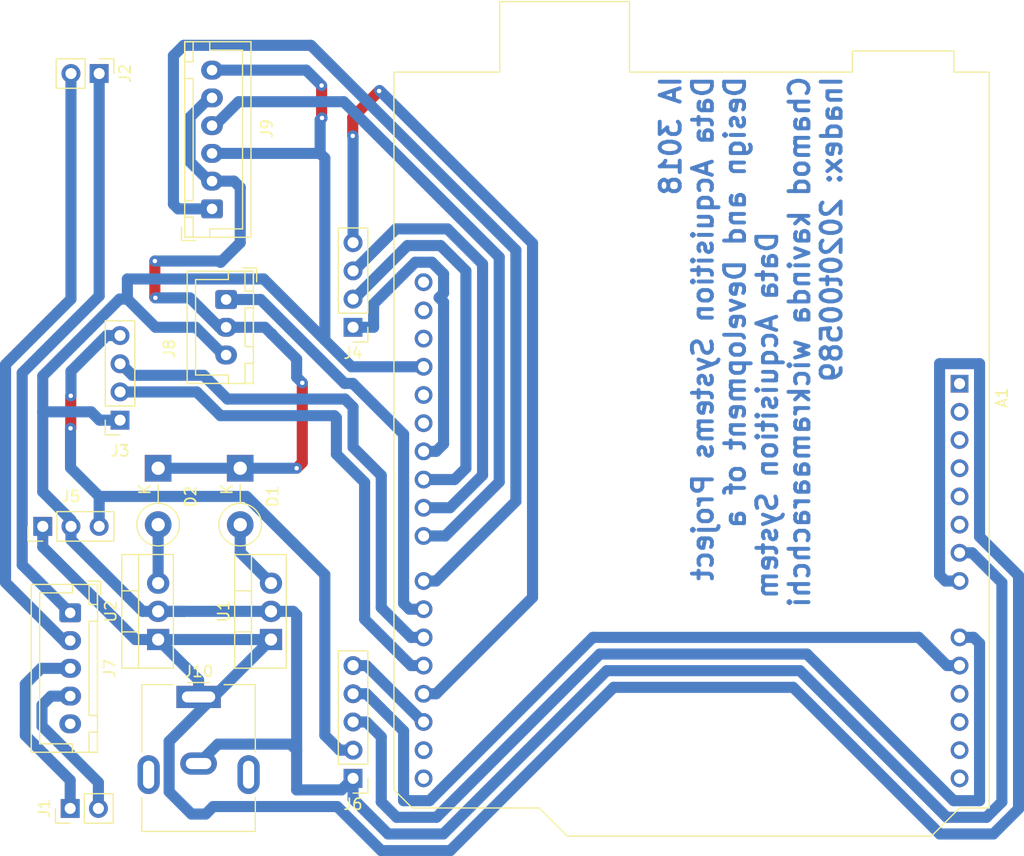
<source format=kicad_pcb>
(kicad_pcb (version 20221018) (generator pcbnew)
  (layers (0 "F.Cu" signal) (31 "B.Cu" signal) (34 "B.Paste" user) (35 "F.Paste" user) (36 "B.SilkS" user "B.Silkscreen") (37 "F.SilkS" user "F.Silkscreen") (38 "B.Mask" user) (39 "F.Mask" user) (44 "Edge.Cuts" user))
  (net 0 "")
  (net 7 "GND")
  (net 8 "VRx")
  (net 9 "VRy")
  (net 10 "SW")
  (net 17 "Motor1")
  (net 18 "Trig")
  (net 19 "Echo")
  (net 20 "Servo3")
  (net 21 "Servo2")
  (net 22 "Servo1")
  (net 23 "Motor2")
  (net 24 "Motor3")
  (net 25 "Motor4")
  (net 31 "6V")
  (net 32 "Net-(D1-A)")
  (net 33 "Net-(D2-A)")
  (net 34 "5V")
  (net 35 "VCC")
  (net 36 "Net-(J1-Pin_2)")
  (net 37 "Net-(J1-Pin_1)")
  (net 38 "Net-(J2-Pin_2)")
  (net 39 "Net-(J2-Pin_1)")
  (footprint "Module:Arduino_UNO_R3" (layer "F.Cu") (at 113.03 81.28 -90)
    (fp_text reference "A1" (at 1.27 -3.81 90) (layer "F.SilkS"))
    (fp_text value "Arduino_UNO_R3")
    (fp_line (start -34.42 29.72) (end -34.42 41.4) (stroke (width 0.12)) (layer "F.SilkS"))
    (fp_line (start -34.42 41.4) (end -28.07 41.4) (stroke (width 0.12)) (layer "F.SilkS"))
    (fp_line (start -29.97 0.51) (end -29.97 9.65) (stroke (width 0.12)) (layer "F.SilkS"))
    (fp_line (start -29.97 9.65) (end -28.07 9.65) (stroke (width 0.12)) (layer "F.SilkS"))
    (fp_line (start -28.07 -2.67) (end -28.07 0.51) (stroke (width 0.12)) (layer "F.SilkS"))
    (fp_line (start -28.07 0.51) (end -29.97 0.51) (stroke (width 0.12)) (layer "F.SilkS"))
    (fp_line (start -28.07 9.65) (end -28.07 29.72) (stroke (width 0.12)) (layer "F.SilkS"))
    (fp_line (start -28.07 29.72) (end -34.42 29.72) (stroke (width 0.12)) (layer "F.SilkS"))
    (fp_line (start -28.07 41.4) (end -28.07 50.93) (stroke (width 0.12)) (layer "F.SilkS"))
    (fp_line (start -28.07 50.93) (end 36.58 50.93) (stroke (width 0.12)) (layer "F.SilkS"))
    (fp_line (start 36.58 50.93) (end 38.23 49.28) (stroke (width 0.12)) (layer "F.SilkS"))
    (fp_line (start 38.23 -2.67) (end -28.07 -2.67) (stroke (width 0.12)) (layer "F.SilkS"))
    (fp_line (start 38.23 0) (end 38.23 -2.67) (stroke (width 0.12)) (layer "F.SilkS"))
    (fp_line (start 38.23 37.85) (end 40.77 35.31) (stroke (width 0.12)) (layer "F.SilkS"))
    (fp_line (start 38.23 49.28) (end 38.23 37.85) (stroke (width 0.12)) (layer "F.SilkS"))
    (fp_line (start 40.77 2.54) (end 38.23 0) (stroke (width 0.12)) (layer "F.SilkS"))
    (fp_line (start 40.77 35.31) (end 40.77 2.54) (stroke (width 0.12)) (layer "F.SilkS"))
    (pad "1" thru_hole rect (at 0 0) (size 1.6 1.6) (drill 1) (layers "*.Cu" "*.Mask"))
    (pad "2" thru_hole oval (at 2.54 0) (size 1.6 1.6) (drill 1) (layers "*.Cu" "*.Mask"))
    (pad "3" thru_hole oval (at 5.08 0) (size 1.6 1.6) (drill 1) (layers "*.Cu" "*.Mask"))
    (pad "4" thru_hole oval (at 7.62 0) (size 1.6 1.6) (drill 1) (layers "*.Cu" "*.Mask"))
    (pad "5" thru_hole oval (at 10.16 0) (size 1.6 1.6) (drill 1) (layers "*.Cu" "*.Mask"))
    (pad "6" thru_hole oval (at 12.7 0) (size 1.6 1.6) (drill 1) (layers "*.Cu" "*.Mask"))
    (pad "7" thru_hole oval (at 15.24 0) (size 1.6 1.6) (drill 1) (layers "*.Cu" "*.Mask") (net 7 "GND"))
    (pad "8" thru_hole oval (at 17.78 0) (size 1.6 1.6) (drill 1) (layers "*.Cu" "*.Mask") (net 35 "VCC"))
    (pad "9" thru_hole oval (at 22.86 0) (size 1.6 1.6) (drill 1) (layers "*.Cu" "*.Mask") (net 8 "VRx"))
    (pad "10" thru_hole oval (at 25.4 0) (size 1.6 1.6) (drill 1) (layers "*.Cu" "*.Mask") (net 9 "VRy"))
    (pad "11" thru_hole oval (at 27.94 0) (size 1.6 1.6) (drill 1) (layers "*.Cu" "*.Mask"))
    (pad "12" thru_hole oval (at 30.48 0) (size 1.6 1.6) (drill 1) (layers "*.Cu" "*.Mask"))
    (pad "13" thru_hole oval (at 33.02 0) (size 1.6 1.6) (drill 1) (layers "*.Cu" "*.Mask"))
    (pad "14" thru_hole oval (at 35.56 0) (size 1.6 1.6) (drill 1) (layers "*.Cu" "*.Mask"))
    (pad "15" thru_hole oval (at 35.56 48.26) (size 1.6 1.6) (drill 1) (layers "*.Cu" "*.Mask"))
    (pad "16" thru_hole oval (at 33.02 48.26) (size 1.6 1.6) (drill 1) (layers "*.Cu" "*.Mask"))
    (pad "17" thru_hole oval (at 30.48 48.26) (size 1.6 1.6) (drill 1) (layers "*.Cu" "*.Mask") (net 10 "SW"))
    (pad "18" thru_hole oval (at 27.94 48.26) (size 1.6 1.6) (drill 1) (layers "*.Cu" "*.Mask") (net 17 "Motor1"))
    (pad "19" thru_hole oval (at 25.4 48.26) (size 1.6 1.6) (drill 1) (layers "*.Cu" "*.Mask") (net 19 "Echo"))
    (pad "20" thru_hole oval (at 22.86 48.26) (size 1.6 1.6) (drill 1) (layers "*.Cu" "*.Mask") (net 18 "Trig"))
    (pad "21" thru_hole oval (at 20.32 48.26) (size 1.6 1.6) (drill 1) (layers "*.Cu" "*.Mask") (net 20 "Servo3"))
    (pad "22" thru_hole oval (at 17.78 48.26) (size 1.6 1.6) (drill 1) (layers "*.Cu" "*.Mask") (net 21 "Servo2"))
    (pad "23" thru_hole oval (at 13.72 48.26) (size 1.6 1.6) (drill 1) (layers "*.Cu" "*.Mask") (net 22 "Servo1"))
    (pad "24" thru_hole oval (at 11.18 48.26) (size 1.6 1.6) (drill 1) (layers "*.Cu" "*.Mask") (net 23 "Motor2"))
    (pad "25" thru_hole oval (at 8.64 48.26) (size 1.6 1.6) (drill 1) (layers "*.Cu" "*.Mask") (net 24 "Motor3"))
    (pad "26" thru_hole oval (at 6.1 48.26) (size 1.6 1.6) (drill 1) (layers "*.Cu" "*.Mask") (net 25 "Motor4"))
    (pad "27" thru_hole oval (at 3.56 48.26) (size 1.6 1.6) (drill 1) (layers "*.Cu" "*.Mask"))
    (pad "28" thru_hole oval (at 1.02 48.26) (size 1.6 1.6) (drill 1) (layers "*.Cu" "*.Mask"))
    (pad "29" thru_hole oval (at -1.52 48.26) (size 1.6 1.6) (drill 1) (layers "*.Cu" "*.Mask") (net 7 "GND"))
    (pad "30" thru_hole oval (at -4.06 48.26) (size 1.6 1.6) (drill 1) (layers "*.Cu" "*.Mask"))
    (pad "31" thru_hole oval (at -6.6 48.26) (size 1.6 1.6) (drill 1) (layers "*.Cu" "*.Mask"))
    (pad "32" thru_hole oval (at -9.14 48.26) (size 1.6 1.6) (drill 1) (layers "*.Cu" "*.Mask"))
  )
  (footprint "Connector_BarrelJack:BarrelJack_CUI_PJ-063AH_Horizontal" (layer "F.Cu") (at 44.510182 109.506317)
    (fp_text reference "J10" (at 0 -2.3) (layer "F.SilkS"))
    (fp_text value "Jack-DC")
    (fp_line (start -5.11 -1.11) (end -2.3 -1.11) (stroke (width 0.12)) (layer "F.SilkS"))
    (fp_line (start -5.11 4.95) (end -5.11 -1.11) (stroke (width 0.12)) (layer "F.SilkS"))
    (fp_line (start -5.11 12.11) (end -5.11 9.05) (stroke (width 0.12)) (layer "F.SilkS"))
    (fp_line (start -1 -1.3) (end 1 -1.3) (stroke (width 0.12)) (layer "F.SilkS"))
    (fp_line (start 2.3 -1.11) (end 5.11 -1.11) (stroke (width 0.12)) (layer "F.SilkS"))
    (fp_line (start 5.11 -1.11) (end 5.11 4.95) (stroke (width 0.12)) (layer "F.SilkS"))
    (fp_line (start 5.11 9.05) (end 5.11 12.11) (stroke (width 0.12)) (layer "F.SilkS"))
    (fp_line (start 5.11 12.11) (end -5.11 12.11) (stroke (width 0.12)) (layer "F.SilkS"))
    (pad "" np_thru_hole circle (at 0 9) (size 1.6 1.6) (drill 1.6) (layers "*.Cu" "*.Mask"))
    (pad "1" thru_hole rect (at 0 0) (size 4 2) (drill oval 3 1) (layers "*.Cu" "*.Mask") (net 35 "VCC"))
    (pad "2" thru_hole oval (at 0 6) (size 3.3 2) (drill oval 2.3 1) (layers "*.Cu" "*.Mask") (net 7 "GND"))
    (pad "MP" thru_hole oval (at -4.5 7) (size 2 3.5) (drill oval 1 2.5) (layers "*.Cu" "*.Mask"))
    (pad "MP" thru_hole oval (at 4.5 7) (size 2 3.5) (drill oval 1 2.5) (layers "*.Cu" "*.Mask"))
  )
  (footprint "Diode_THT:D_DO-15_P5.08mm_Vertical_KathodeUp" (layer "F.Cu") (at 40.87 88.9 -90)
    (fp_text reference "D2" (at 2.54 -2.92 90) (layer "F.SilkS"))
    (fp_text value "D")
    (fp_text user "K" (at 1.9 1.2 90) (layer "F.SilkS"))
    (fp_line (start 3.16 0) (end 1.5 0) (stroke (width 0.12)) (layer "F.SilkS"))
    (fp_circle (center 5.08 0) (end 7 0) (stroke (width 0.12)) (fill none) (layer "F.SilkS"))
    (pad "1" thru_hole rect (at 0 0 270) (size 2.4 2.4) (drill 1.2) (layers "*.Cu" "*.Mask") (net 31 "6V"))
    (pad "2" thru_hole oval (at 5.08 0 270) (size 2.4 2.4) (drill 1.2) (layers "*.Cu" "*.Mask") (net 33 "Net-(D2-A)"))
  )
  (footprint "Diode_THT:D_DO-15_P5.08mm_Vertical_KathodeUp" (layer "F.Cu") (at 48.26 88.9 -90)
    (fp_text reference "D1" (at 2.54 -2.92 90) (layer "F.SilkS"))
    (fp_text value "D")
    (fp_text user "K" (at 1.9 1.2 90) (layer "F.SilkS"))
    (fp_line (start 3.16 0) (end 1.5 0) (stroke (width 0.12)) (layer "F.SilkS"))
    (fp_circle (center 5.08 0) (end 7 0) (stroke (width 0.12)) (fill none) (layer "F.SilkS"))
    (pad "1" thru_hole rect (at 0 0 270) (size 2.4 2.4) (drill 1.2) (layers "*.Cu" "*.Mask") (net 31 "6V"))
    (pad "2" thru_hole oval (at 5.08 0 270) (size 2.4 2.4) (drill 1.2) (layers "*.Cu" "*.Mask") (net 32 "Net-(D1-A)"))
  )
  (footprint "Connector_PinHeader_2.54mm:PinHeader_1x02_P2.54mm_Vertical" (layer "F.Cu") (at 35.56 53.34 -90)
    (fp_text reference "J2" (at 0 -2.33 90) (layer "F.SilkS"))
    (fp_text value "Motor Left")
    (fp_line (start -1.33 -1.33) (end 0 -1.33) (stroke (width 0.12)) (layer "F.SilkS"))
    (fp_line (start -1.33 0) (end -1.33 -1.33) (stroke (width 0.12)) (layer "F.SilkS"))
    (fp_line (start -1.33 1.27) (end -1.33 3.87) (stroke (width 0.12)) (layer "F.SilkS"))
    (fp_line (start -1.33 1.27) (end 1.33 1.27) (stroke (width 0.12)) (layer "F.SilkS"))
    (fp_line (start -1.33 3.87) (end 1.33 3.87) (stroke (width 0.12)) (layer "F.SilkS"))
    (fp_line (start 1.33 1.27) (end 1.33 3.87) (stroke (width 0.12)) (layer "F.SilkS"))
    (pad "1" thru_hole rect (at 0 0 270) (size 1.7 1.7) (drill 1) (layers "*.Cu" "*.Mask") (net 39 "Net-(J2-Pin_1)"))
    (pad "2" thru_hole oval (at 0 2.54 270) (size 1.7 1.7) (drill 1) (layers "*.Cu" "*.Mask") (net 38 "Net-(J2-Pin_2)"))
  )
  (footprint "Connector_PinHeader_2.54mm:PinHeader_1x02_P2.54mm_Vertical" (layer "F.Cu") (at 32.950385 119.548868 90)
    (fp_text reference "J1" (at 0 -2.33 90) (layer "F.SilkS"))
    (fp_text value "Motor Right")
    (fp_line (start -1.33 -1.33) (end 0 -1.33) (stroke (width 0.12)) (layer "F.SilkS"))
    (fp_line (start -1.33 0) (end -1.33 -1.33) (stroke (width 0.12)) (layer "F.SilkS"))
    (fp_line (start -1.33 1.27) (end -1.33 3.87) (stroke (width 0.12)) (layer "F.SilkS"))
    (fp_line (start -1.33 1.27) (end 1.33 1.27) (stroke (width 0.12)) (layer "F.SilkS"))
    (fp_line (start -1.33 3.87) (end 1.33 3.87) (stroke (width 0.12)) (layer "F.SilkS"))
    (fp_line (start 1.33 1.27) (end 1.33 3.87) (stroke (width 0.12)) (layer "F.SilkS"))
    (pad "1" thru_hole rect (at 0 0 90) (size 1.7 1.7) (drill 1) (layers "*.Cu" "*.Mask") (net 37 "Net-(J1-Pin_1)"))
    (pad "2" thru_hole oval (at 0 2.54 90) (size 1.7 1.7) (drill 1) (layers "*.Cu" "*.Mask") (net 36 "Net-(J1-Pin_2)"))
  )
  (footprint "Connector_JST:JST_XH_B3B-XH-A_1x03_P2.50mm_Vertical" (layer "F.Cu") (at 46.99 73.7 -90)
    (fp_text reference "J8" (at 4.431274 5.113728 90) (layer "F.SilkS"))
    (fp_text value "Arm Servo")
    (fp_line (start -2.85 -2.75) (end -2.85 -1.5) (stroke (width 0.12)) (layer "F.SilkS"))
    (fp_line (start -2.56 -2.46) (end -2.56 3.51) (stroke (width 0.12)) (layer "F.SilkS"))
    (fp_line (start -2.56 3.51) (end 7.56 3.51) (stroke (width 0.12)) (layer "F.SilkS"))
    (fp_line (start -2.55 -2.45) (end -2.55 -1.7) (stroke (width 0.12)) (layer "F.SilkS"))
    (fp_line (start -2.55 -1.7) (end -0.75 -1.7) (stroke (width 0.12)) (layer "F.SilkS"))
    (fp_line (start -2.55 -0.2) (end -1.8 -0.2) (stroke (width 0.12)) (layer "F.SilkS"))
    (fp_line (start -1.8 -0.2) (end -1.8 2.75) (stroke (width 0.12)) (layer "F.SilkS"))
    (fp_line (start -1.8 2.75) (end 2.5 2.75) (stroke (width 0.12)) (layer "F.SilkS"))
    (fp_line (start -1.6 -2.75) (end -2.85 -2.75) (stroke (width 0.12)) (layer "F.SilkS"))
    (fp_line (start -0.75 -2.45) (end -2.55 -2.45) (stroke (width 0.12)) (layer "F.SilkS"))
    (fp_line (start -0.75 -1.7) (end -0.75 -2.45) (stroke (width 0.12)) (layer "F.SilkS"))
    (fp_line (start 0.75 -2.45) (end 0.75 -1.7) (stroke (width 0.12)) (layer "F.SilkS"))
    (fp_line (start 0.75 -1.7) (end 4.25 -1.7) (stroke (width 0.12)) (layer "F.SilkS"))
    (fp_line (start 4.25 -2.45) (end 0.75 -2.45) (stroke (width 0.12)) (layer "F.SilkS"))
    (fp_line (start 4.25 -1.7) (end 4.25 -2.45) (stroke (width 0.12)) (layer "F.SilkS"))
    (fp_line (start 5.75 -2.45) (end 5.75 -1.7) (stroke (width 0.12)) (layer "F.SilkS"))
    (fp_line (start 5.75 -1.7) (end 7.55 -1.7) (stroke (width 0.12)) (layer "F.SilkS"))
    (fp_line (start 6.8 -0.2) (end 6.8 2.75) (stroke (width 0.12)) (layer "F.SilkS"))
    (fp_line (start 6.8 2.75) (end 2.5 2.75) (stroke (width 0.12)) (layer "F.SilkS"))
    (fp_line (start 7.55 -2.45) (end 5.75 -2.45) (stroke (width 0.12)) (layer "F.SilkS"))
    (fp_line (start 7.55 -1.7) (end 7.55 -2.45) (stroke (width 0.12)) (layer "F.SilkS"))
    (fp_line (start 7.55 -0.2) (end 6.8 -0.2) (stroke (width 0.12)) (layer "F.SilkS"))
    (fp_line (start 7.56 -2.46) (end -2.56 -2.46) (stroke (width 0.12)) (layer "F.SilkS"))
    (fp_line (start 7.56 3.51) (end 7.56 -2.46) (stroke (width 0.12)) (layer "F.SilkS"))
    (pad "1" thru_hole roundrect (at 0 0 270) (size 1.7 1.95) (drill 0.95) (layers "*.Cu" "*.Mask") (roundrect_rratio 0.147059) (net 20 "Servo3"))
    (pad "2" thru_hole oval (at 2.5 0 270) (size 1.7 1.95) (drill 0.95) (layers "*.Cu" "*.Mask") (net 31 "6V"))
    (pad "3" thru_hole oval (at 5 0 270) (size 1.7 1.95) (drill 0.95) (layers "*.Cu" "*.Mask") (net 7 "GND"))
  )
  (footprint "Package_TO_SOT_THT:TO-220-3_Vertical" (layer "F.Cu") (at 40.87 104.335 90)
    (fp_text reference "U2" (at 2.54 -4.27 90) (layer "F.SilkS"))
    (fp_text value "L7806")
    (fp_line (start -2.58 -3.27) (end -2.58 1.371) (stroke (width 0.12)) (layer "F.SilkS"))
    (fp_line (start -2.58 -3.27) (end 7.66 -3.27) (stroke (width 0.12)) (layer "F.SilkS"))
    (fp_line (start -2.58 -1.76) (end 7.66 -1.76) (stroke (width 0.12)) (layer "F.SilkS"))
    (fp_line (start -2.58 1.371) (end 7.66 1.371) (stroke (width 0.12)) (layer "F.SilkS"))
    (fp_line (start 0.69 -3.27) (end 0.69 -1.76) (stroke (width 0.12)) (layer "F.SilkS"))
    (fp_line (start 4.391 -3.27) (end 4.391 -1.76) (stroke (width 0.12)) (layer "F.SilkS"))
    (fp_line (start 7.66 -3.27) (end 7.66 1.371) (stroke (width 0.12)) (layer "F.SilkS"))
    (pad "1" thru_hole rect (at 0 0 90) (size 1.905 2) (drill 1.1) (layers "*.Cu" "*.Mask") (net 35 "VCC"))
    (pad "2" thru_hole oval (at 2.54 0 90) (size 1.905 2) (drill 1.1) (layers "*.Cu" "*.Mask") (net 7 "GND"))
    (pad "3" thru_hole oval (at 5.08 0 90) (size 1.905 2) (drill 1.1) (layers "*.Cu" "*.Mask") (net 33 "Net-(D2-A)"))
  )
  (footprint "Connector_PinSocket_2.54mm:PinSocket_1x04_P2.54mm_Vertical" (layer "F.Cu") (at 37.43956 84.566112 180)
    (fp_text reference "J3" (at 0 -2.77) (layer "F.SilkS"))
    (fp_text value "UltraSonic")
    (fp_line (start -1.33 1.27) (end -1.33 8.95) (stroke (width 0.12)) (layer "F.SilkS"))
    (fp_line (start -1.33 1.27) (end 1.33 1.27) (stroke (width 0.12)) (layer "F.SilkS"))
    (fp_line (start -1.33 8.95) (end 1.33 8.95) (stroke (width 0.12)) (layer "F.SilkS"))
    (fp_line (start 0 -1.33) (end 1.33 -1.33) (stroke (width 0.12)) (layer "F.SilkS"))
    (fp_line (start 1.33 -1.33) (end 1.33 0) (stroke (width 0.12)) (layer "F.SilkS"))
    (fp_line (start 1.33 1.27) (end 1.33 8.95) (stroke (width 0.12)) (layer "F.SilkS"))
    (pad "1" thru_hole rect (at 0 0 180) (size 1.7 1.7) (drill 1) (layers "*.Cu" "*.Mask") (net 7 "GND"))
    (pad "2" thru_hole oval (at 0 2.54 180) (size 1.7 1.7) (drill 1) (layers "*.Cu" "*.Mask") (net 19 "Echo"))
    (pad "3" thru_hole oval (at 0 5.08 180) (size 1.7 1.7) (drill 1) (layers "*.Cu" "*.Mask") (net 18 "Trig"))
    (pad "4" thru_hole oval (at 0 7.62 180) (size 1.7 1.7) (drill 1) (layers "*.Cu" "*.Mask") (net 34 "5V"))
  )
  (footprint "Connector_PinHeader_2.54mm:PinHeader_1x05_P2.54mm_Vertical" (layer "F.Cu") (at 58.42 116.84 180)
    (fp_text reference "J6" (at 0 -2.33) (layer "F.SilkS"))
    (fp_text value "Joystick")
    (fp_line (start -1.33 -1.33) (end 0 -1.33) (stroke (width 0.12)) (layer "F.SilkS"))
    (fp_line (start -1.33 0) (end -1.33 -1.33) (stroke (width 0.12)) (layer "F.SilkS"))
    (fp_line (start -1.33 1.27) (end -1.33 11.49) (stroke (width 0.12)) (layer "F.SilkS"))
    (fp_line (start -1.33 1.27) (end 1.33 1.27) (stroke (width 0.12)) (layer "F.SilkS"))
    (fp_line (start -1.33 11.49) (end 1.33 11.49) (stroke (width 0.12)) (layer "F.SilkS"))
    (fp_line (start 1.33 1.27) (end 1.33 11.49) (stroke (width 0.12)) (layer "F.SilkS"))
    (pad "1" thru_hole rect (at 0 0 180) (size 1.7 1.7) (drill 1) (layers "*.Cu" "*.Mask") (net 7 "GND"))
    (pad "2" thru_hole oval (at 0 2.54 180) (size 1.7 1.7) (drill 1) (layers "*.Cu" "*.Mask") (net 34 "5V"))
    (pad "3" thru_hole oval (at 0 5.08 180) (size 1.7 1.7) (drill 1) (layers "*.Cu" "*.Mask") (net 8 "VRx"))
    (pad "4" thru_hole oval (at 0 7.62 180) (size 1.7 1.7) (drill 1) (layers "*.Cu" "*.Mask") (net 9 "VRy"))
    (pad "5" thru_hole oval (at 0 10.16 180) (size 1.7 1.7) (drill 1) (layers "*.Cu" "*.Mask") (net 10 "SW"))
  )
  (footprint "Connector_PinHeader_2.54mm:PinHeader_1x03_P2.54mm_Vertical" (layer "F.Cu") (at 30.48 94.14 90)
    (fp_text reference "J5" (at 2.7 2.54 180) (layer "F.SilkS"))
    (fp_text value "Motor pin")
    (fp_line (start -1.33 -1.33) (end 0 -1.33) (stroke (width 0.12)) (layer "F.SilkS"))
    (fp_line (start -1.33 0) (end -1.33 -1.33) (stroke (width 0.12)) (layer "F.SilkS"))
    (fp_line (start -1.33 1.27) (end -1.33 6.41) (stroke (width 0.12)) (layer "F.SilkS"))
    (fp_line (start -1.33 1.27) (end 1.33 1.27) (stroke (width 0.12)) (layer "F.SilkS"))
    (fp_line (start -1.33 6.41) (end 1.33 6.41) (stroke (width 0.12)) (layer "F.SilkS"))
    (fp_line (start 1.33 1.27) (end 1.33 6.41) (stroke (width 0.12)) (layer "F.SilkS"))
    (pad "1" thru_hole rect (at 0 0 90) (size 1.7 1.7) (drill 1) (layers "*.Cu" "*.Mask") (net 35 "VCC"))
    (pad "2" thru_hole oval (at 0 2.54 90) (size 1.7 1.7) (drill 1) (layers "*.Cu" "*.Mask") (net 7 "GND"))
    (pad "3" thru_hole oval (at 0 5.08 90) (size 1.7 1.7) (drill 1) (layers "*.Cu" "*.Mask") (net 34 "5V"))
  )
  (footprint "Connector_JST:JST_XH_B5B-XH-A_1x05_P2.50mm_Vertical" (layer "F.Cu") (at 32.950385 101.928868 -90)
    (fp_text reference "J7" (at 5 -3.55 90) (layer "F.SilkS"))
    (fp_text value "Motor Out ABCD")
    (fp_line (start -2.85 -2.75) (end -2.85 -1.5) (stroke (width 0.12)) (layer "F.SilkS"))
    (fp_line (start -2.56 -2.46) (end -2.56 3.51) (stroke (width 0.12)) (layer "F.SilkS"))
    (fp_line (start -2.56 3.51) (end 12.56 3.51) (stroke (width 0.12)) (layer "F.SilkS"))
    (fp_line (start -2.55 -2.45) (end -2.55 -1.7) (stroke (width 0.12)) (layer "F.SilkS"))
    (fp_line (start -2.55 -1.7) (end -0.75 -1.7) (stroke (width 0.12)) (layer "F.SilkS"))
    (fp_line (start -2.55 -0.2) (end -1.8 -0.2) (stroke (width 0.12)) (layer "F.SilkS"))
    (fp_line (start -1.8 -0.2) (end -1.8 2.75) (stroke (width 0.12)) (layer "F.SilkS"))
    (fp_line (start -1.8 2.75) (end 5 2.75) (stroke (width 0.12)) (layer "F.SilkS"))
    (fp_line (start -1.6 -2.75) (end -2.85 -2.75) (stroke (width 0.12)) (layer "F.SilkS"))
    (fp_line (start -0.75 -2.45) (end -2.55 -2.45) (stroke (width 0.12)) (layer "F.SilkS"))
    (fp_line (start -0.75 -1.7) (end -0.75 -2.45) (stroke (width 0.12)) (layer "F.SilkS"))
    (fp_line (start 0.75 -2.45) (end 0.75 -1.7) (stroke (width 0.12)) (layer "F.SilkS"))
    (fp_line (start 0.75 -1.7) (end 9.25 -1.7) (stroke (width 0.12)) (layer "F.SilkS"))
    (fp_line (start 9.25 -2.45) (end 0.75 -2.45) (stroke (width 0.12)) (layer "F.SilkS"))
    (fp_line (start 9.25 -1.7) (end 9.25 -2.45) (stroke (width 0.12)) (layer "F.SilkS"))
    (fp_line (start 10.75 -2.45) (end 10.75 -1.7) (stroke (width 0.12)) (layer "F.SilkS"))
    (fp_line (start 10.75 -1.7) (end 12.55 -1.7) (stroke (width 0.12)) (layer "F.SilkS"))
    (fp_line (start 11.8 -0.2) (end 11.8 2.75) (stroke (width 0.12)) (layer "F.SilkS"))
    (fp_line (start 11.8 2.75) (end 5 2.75) (stroke (width 0.12)) (layer "F.SilkS"))
    (fp_line (start 12.55 -2.45) (end 10.75 -2.45) (stroke (width 0.12)) (layer "F.SilkS"))
    (fp_line (start 12.55 -1.7) (end 12.55 -2.45) (stroke (width 0.12)) (layer "F.SilkS"))
    (fp_line (start 12.55 -0.2) (end 11.8 -0.2) (stroke (width 0.12)) (layer "F.SilkS"))
    (fp_line (start 12.56 -2.46) (end -2.56 -2.46) (stroke (width 0.12)) (layer "F.SilkS"))
    (fp_line (start 12.56 3.51) (end 12.56 -2.46) (stroke (width 0.12)) (layer "F.SilkS"))
    (pad "1" thru_hole roundrect (at 0 0 270) (size 1.7 1.95) (drill 0.95) (layers "*.Cu" "*.Mask") (roundrect_rratio 0.147059) (net 39 "Net-(J2-Pin_1)"))
    (pad "2" thru_hole oval (at 2.5 0 270) (size 1.7 1.95) (drill 0.95) (layers "*.Cu" "*.Mask") (net 38 "Net-(J2-Pin_2)"))
    (pad "3" thru_hole oval (at 5 0 270) (size 1.7 1.95) (drill 0.95) (layers "*.Cu" "*.Mask") (net 37 "Net-(J1-Pin_1)"))
    (pad "4" thru_hole oval (at 7.5 0 270) (size 1.7 1.95) (drill 0.95) (layers "*.Cu" "*.Mask") (net 36 "Net-(J1-Pin_2)"))
    (pad "5" thru_hole oval (at 10 0 270) (size 1.7 1.95) (drill 0.95) (layers "*.Cu" "*.Mask"))
  )
  (footprint "Package_TO_SOT_THT:TO-220-3_Vertical" (layer "F.Cu") (at 51.03 104.335 90)
    (fp_text reference "U1" (at 2.54 -4.27 90) (layer "F.SilkS"))
    (fp_text value "L7806")
    (fp_line (start -2.58 -3.27) (end -2.58 1.371) (stroke (width 0.12)) (layer "F.SilkS"))
    (fp_line (start -2.58 -3.27) (end 7.66 -3.27) (stroke (width 0.12)) (layer "F.SilkS"))
    (fp_line (start -2.58 -1.76) (end 7.66 -1.76) (stroke (width 0.12)) (layer "F.SilkS"))
    (fp_line (start -2.58 1.371) (end 7.66 1.371) (stroke (width 0.12)) (layer "F.SilkS"))
    (fp_line (start 0.69 -3.27) (end 0.69 -1.76) (stroke (width 0.12)) (layer "F.SilkS"))
    (fp_line (start 4.391 -3.27) (end 4.391 -1.76) (stroke (width 0.12)) (layer "F.SilkS"))
    (fp_line (start 7.66 -3.27) (end 7.66 1.371) (stroke (width 0.12)) (layer "F.SilkS"))
    (pad "1" thru_hole rect (at 0 0 90) (size 1.905 2) (drill 1.1) (layers "*.Cu" "*.Mask") (net 35 "VCC"))
    (pad "2" thru_hole oval (at 2.54 0 90) (size 1.905 2) (drill 1.1) (layers "*.Cu" "*.Mask") (net 7 "GND"))
    (pad "3" thru_hole oval (at 5.08 0 90) (size 1.905 2) (drill 1.1) (layers "*.Cu" "*.Mask") (net 32 "Net-(D1-A)"))
  )
  (footprint "Connector_PinHeader_2.54mm:PinHeader_1x04_P2.54mm_Vertical" (layer "F.Cu") (at 58.42 76.2 180)
    (fp_text reference "J4" (at 0 -2.33) (layer "F.SilkS"))
    (fp_text value "Motor IN ABCD")
    (fp_line (start -1.33 -1.33) (end 0 -1.33) (stroke (width 0.12)) (layer "F.SilkS"))
    (fp_line (start -1.33 0) (end -1.33 -1.33) (stroke (width 0.12)) (layer "F.SilkS"))
    (fp_line (start -1.33 1.27) (end -1.33 8.95) (stroke (width 0.12)) (layer "F.SilkS"))
    (fp_line (start -1.33 1.27) (end 1.33 1.27) (stroke (width 0.12)) (layer "F.SilkS"))
    (fp_line (start -1.33 8.95) (end 1.33 8.95) (stroke (width 0.12)) (layer "F.SilkS"))
    (fp_line (start 1.33 1.27) (end 1.33 8.95) (stroke (width 0.12)) (layer "F.SilkS"))
    (pad "1" thru_hole rect (at 0 0 180) (size 1.7 1.7) (drill 1) (layers "*.Cu" "*.Mask") (net 25 "Motor4"))
    (pad "2" thru_hole oval (at 0 2.54 180) (size 1.7 1.7) (drill 1) (layers "*.Cu" "*.Mask") (net 24 "Motor3"))
    (pad "3" thru_hole oval (at 0 5.08 180) (size 1.7 1.7) (drill 1) (layers "*.Cu" "*.Mask") (net 23 "Motor2"))
    (pad "4" thru_hole oval (at 0 7.62 180) (size 1.7 1.7) (drill 1) (layers "*.Cu" "*.Mask") (net 17 "Motor1"))
  )
  (footprint "Connector_JST:JST_XH_B6B-XH-A_1x06_P2.50mm_Vertical" (layer "F.Cu") (at 45.72 65.535 90)
    (fp_text reference "J9" (at 7.237766 4.92734 90) (layer "F.SilkS"))
    (fp_text value "Hand Servo")
    (fp_line (start -2.85 -2.75) (end -2.85 -1.5) (stroke (width 0.12)) (layer "F.SilkS"))
    (fp_line (start -2.56 -2.46) (end -2.56 3.51) (stroke (width 0.12)) (layer "F.SilkS"))
    (fp_line (start -2.56 3.51) (end 15.06 3.51) (stroke (width 0.12)) (layer "F.SilkS"))
    (fp_line (start -2.55 -2.45) (end -2.55 -1.7) (stroke (width 0.12)) (layer "F.SilkS"))
    (fp_line (start -2.55 -1.7) (end -0.75 -1.7) (stroke (width 0.12)) (layer "F.SilkS"))
    (fp_line (start -2.55 -0.2) (end -1.8 -0.2) (stroke (width 0.12)) (layer "F.SilkS"))
    (fp_line (start -1.8 -0.2) (end -1.8 2.75) (stroke (width 0.12)) (layer "F.SilkS"))
    (fp_line (start -1.8 2.75) (end 6.25 2.75) (stroke (width 0.12)) (layer "F.SilkS"))
    (fp_line (start -1.6 -2.75) (end -2.85 -2.75) (stroke (width 0.12)) (layer "F.SilkS"))
    (fp_line (start -0.75 -2.45) (end -2.55 -2.45) (stroke (width 0.12)) (layer "F.SilkS"))
    (fp_line (start -0.75 -1.7) (end -0.75 -2.45) (stroke (width 0.12)) (layer "F.SilkS"))
    (fp_line (start 0.75 -2.45) (end 0.75 -1.7) (stroke (width 0.12)) (layer "F.SilkS"))
    (fp_line (start 0.75 -1.7) (end 11.75 -1.7) (stroke (width 0.12)) (layer "F.SilkS"))
    (fp_line (start 11.75 -2.45) (end 0.75 -2.45) (stroke (width 0.12)) (layer "F.SilkS"))
    (fp_line (start 11.75 -1.7) (end 11.75 -2.45) (stroke (width 0.12)) (layer "F.SilkS"))
    (fp_line (start 13.25 -2.45) (end 13.25 -1.7) (stroke (width 0.12)) (layer "F.SilkS"))
    (fp_line (start 13.25 -1.7) (end 15.05 -1.7) (stroke (width 0.12)) (layer "F.SilkS"))
    (fp_line (start 14.3 -0.2) (end 14.3 2.75) (stroke (width 0.12)) (layer "F.SilkS"))
    (fp_line (start 14.3 2.75) (end 6.25 2.75) (stroke (width 0.12)) (layer "F.SilkS"))
    (fp_line (start 15.05 -2.45) (end 13.25 -2.45) (stroke (width 0.12)) (layer "F.SilkS"))
    (fp_line (start 15.05 -1.7) (end 15.05 -2.45) (stroke (width 0.12)) (layer "F.SilkS"))
    (fp_line (start 15.05 -0.2) (end 14.3 -0.2) (stroke (width 0.12)) (layer "F.SilkS"))
    (fp_line (start 15.06 -2.46) (end -2.56 -2.46) (stroke (width 0.12)) (layer "F.SilkS"))
    (fp_line (start 15.06 3.51) (end 15.06 -2.46) (stroke (width 0.12)) (layer "F.SilkS"))
    (pad "1" thru_hole roundrect (at 0 0 90) (size 1.7 1.95) (drill 0.95) (layers "*.Cu" "*.Mask") (roundrect_rratio 0.147059) (net 21 "Servo2"))
    (pad "2" thru_hole oval (at 2.5 0 90) (size 1.7 1.95) (drill 0.95) (layers "*.Cu" "*.Mask") (net 31 "6V"))
    (pad "3" thru_hole oval (at 5 0 90) (size 1.7 1.95) (drill 0.95) (layers "*.Cu" "*.Mask") (net 7 "GND"))
    (pad "4" thru_hole oval (at 7.5 0 90) (size 1.7 1.95) (drill 0.95) (layers "*.Cu" "*.Mask") (net 22 "Servo1"))
    (pad "5" thru_hole oval (at 10 0 90) (size 1.7 1.95) (drill 0.95) (layers "*.Cu" "*.Mask") (net 31 "6V"))
    (pad "6" thru_hole oval (at 12.5 0 90) (size 1.7 1.95) (drill 0.95) (layers "*.Cu" "*.Mask") (net 7 "GND"))
  )
  (gr_text "IA 3018\nData Acquisition Systems Project\nDesign and Development of a \n		Data Acquisition System\nChamod kavinda wickramaarachchi\nInadex: 2020t00589\n\n" (at 105.457319 53.41704 90) (layer "B.Cu") (effects (font (size 1.8 1.8) (thickness 0.35) bold) (justify left bottom mirror)))
  (segment (start 55.587901 57.303978) (end 55.624414 57.340491) (width 1) (layer "F.Cu") (net 7))
  (segment (start 55.587901 54.419508) (end 55.587901 57.303978) (width 1) (layer "F.Cu") (net 7))
  (via (at 55.624414 57.340491) (size 0.8) (drill 0.4) (layers "F.Cu" "B.Cu") (net 7))
  (via (at 55.587901 54.419508) (size 0.8) (drill 0.4) (layers "F.Cu" "B.Cu") (net 7))
  (segment (start 57.38 117.88) (end 53.34 117.88) (width 1) (layer "B.Cu") (net 7))
  (segment (start 98.663095 107.14) (end 81.258225 107.14) (width 1) (layer "B.Cu") (net 7))
  (segment (start 53.03 101.795) (end 53.34 102.105) (width 1) (layer "B.Cu") (net 7))
  (segment (start 52.796317 113.756317) (end 53.34 114.3) (width 1) (layer "B.Cu") (net 7))
  (segment (start 39.472919 101.795) (end 43.18 101.795) (width 1) (layer "B.Cu") (net 7))
  (segment (start 50.37 71.85) (end 55.88 77.36) (width 1) (layer "B.Cu") (net 7))
  (segment (start 30.48 80.582271) (end 37.402271 73.66) (width 1) (layer "B.Cu") (net 7))
  (segment (start 116.84 118.96132) (end 115.45132 120.35) (width 1) (layer "B.Cu") (net 7))
  (segment (start 40.64 76.2) (end 38.1 73.66) (width 1) (layer "B.Cu") (net 7))
  (segment (start 53.34 114.3) (end 53.34 117.88) (width 1) (layer "B.Cu") (net 7))
  (segment (start 33.02 95.342081) (end 39.472919 101.795) (width 1) (layer "B.Cu") (net 7))
  (segment (start 44.510182 115.506317) (end 46.260182 113.756317) (width 1) (layer "B.Cu") (net 7))
  (segment (start 30.48 83.82) (end 30.48 80.582271) (width 1) (layer "B.Cu") (net 7))
  (segment (start 61.58 121.85) (end 58.42 118.69) (width 1) (layer "B.Cu") (net 7))
  (segment (start 66.548225 121.85) (end 61.58 121.85) (width 1) (layer "B.Cu") (net 7))
  (segment (start 55.455 57.509905) (end 55.624414 57.340491) (width 1) (layer "B.Cu") (net 7))
  (segment (start 37.43956 84.566112) (end 35.58956 84.566112) (width 1) (layer "B.Cu") (net 7))
  (segment (start 33.02 94.14) (end 33.02 95.342081) (width 1) (layer "B.Cu") (net 7))
  (segment (start 33.02 93.56132) (end 30.48 91.02132) (width 1) (layer "B.Cu") (net 7))
  (segment (start 38.1 71.85) (end 50.37 71.85) (width 1) (layer "B.Cu") (net 7))
  (segment (start 115.45132 120.35) (end 111.873095 120.35) (width 1) (layer "B.Cu") (net 7))
  (segment (start 37.402271 73.66) (end 38.1 73.66) (width 1) (layer "B.Cu") (net 7))
  (segment (start 34.843448 83.82) (end 30.48 83.82) (width 1) (layer "B.Cu") (net 7))
  (segment (start 33.02 94.14) (end 33.02 93.56132) (width 1) (layer "B.Cu") (net 7))
  (segment (start 51.03 101.795) (end 53.03 101.795) (width 1) (layer "B.Cu") (net 7))
  (segment (start 81.258225 107.14) (end 66.548225 121.85) (width 1) (layer "B.Cu") (net 7))
  (segment (start 38.1 73.66) (end 38.1 71.85) (width 1) (layer "B.Cu") (net 7))
  (segment (start 43.18 101.795) (end 51.03 101.795) (width 1) (layer "B.Cu") (net 7))
  (segment (start 44.248705 76.2) (end 46.748705 78.7) (width 1) (layer "B.Cu") (net 7))
  (segment (start 46.260182 113.756317) (end 52.796317 113.756317) (width 1) (layer "B.Cu") (net 7))
  (segment (start 30.48 91.02132) (end 30.48 83.82) (width 1) (layer "B.Cu") (net 7))
  (segment (start 40.87 101.795) (end 43.18 101.795) (width 1) (layer "B.Cu") (net 7))
  (segment (start 40.64 76.2) (end 44.248705 76.2) (width 1) (layer "B.Cu") (net 7))
  (segment (start 55.455 60.535) (end 45.72 60.535) (width 1) (layer "B.Cu") (net 7))
  (segment (start 58.42 116.84) (end 57.38 117.88) (width 1) (layer "B.Cu") (net 7))
  (segment (start 55.455 60.535) (end 55.455 57.509905) (width 1) (layer "B.Cu") (net 7))
  (segment (start 116.84 99.19863) (end 116.84 118.96132) (width 1) (layer "B.Cu") (net 7))
  (segment (start 55.587901 54.419508) (end 54.203393 53.035) (width 1) (layer "B.Cu") (net 7))
  (segment (start 54.203393 53.035) (end 45.72 53.035) (width 1) (layer "B.Cu") (net 7))
  (segment (start 111.873095 120.35) (end 98.663095 107.14) (width 1) (layer "B.Cu") (net 7))
  (segment (start 46.748705 78.7) (end 46.99 78.7) (width 1) (layer "B.Cu") (net 7))
  (segment (start 55.88 77.36) (end 55.88 60.96) (width 1) (layer "B.Cu") (net 7))
  (segment (start 58.42 118.69) (end 58.42 116.84) (width 1) (layer "B.Cu") (net 7))
  (segment (start 53.34 102.105) (end 53.34 114.3) (width 1) (layer "B.Cu") (net 7))
  (segment (start 55.88 60.96) (end 55.455 60.535) (width 1) (layer "B.Cu") (net 7))
  (segment (start 114.16137 96.52) (end 116.84 99.19863) (width 1) (layer "B.Cu") (net 7))
  (segment (start 113.03 96.52) (end 114.16137 96.52) (width 1) (layer "B.Cu") (net 7))
  (segment (start 35.58956 84.566112) (end 34.843448 83.82) (width 1) (layer "B.Cu") (net 7))
  (segment (start 58.28 79.76) (end 55.88 77.36) (width 1) (layer "B.Cu") (net 7))
  (segment (start 64.77 79.76) (end 58.28 79.76) (width 1) (layer "B.Cu") (net 7))
  (segment (start 114.83 118.85) (end 114.83 104.67) (width 1) (layer "B.Cu") (net 8))
  (segment (start 60.96 118.96132) (end 62.34868 120.35) (width 1) (layer "B.Cu") (net 8))
  (segment (start 59.622081 111.76) (end 60.96 113.097919) (width 1) (layer "B.Cu") (net 8))
  (segment (start 114.3 104.14) (end 113.03 104.14) (width 1) (layer "B.Cu") (net 8))
  (segment (start 65.926905 120.35) (end 80.636905 105.64) (width 1) (layer "B.Cu") (net 8))
  (segment (start 114.83 104.67) (end 114.3 104.14) (width 1) (layer "B.Cu") (net 8))
  (segment (start 80.636905 105.64) (end 99.284415 105.64) (width 1) (layer "B.Cu") (net 8))
  (segment (start 62.34868 120.35) (end 65.926905 120.35) (width 1) (layer "B.Cu") (net 8))
  (segment (start 58.42 111.76) (end 59.622081 111.76) (width 1) (layer "B.Cu") (net 8))
  (segment (start 99.284415 105.64) (end 112.494415 118.85) (width 1) (layer "B.Cu") (net 8))
  (segment (start 60.96 113.097919) (end 60.96 118.96132) (width 1) (layer "B.Cu") (net 8))
  (segment (start 112.494415 118.85) (end 114.83 118.85) (width 1) (layer "B.Cu") (net 8))
  (segment (start 62.97 112.567919) (end 62.97 118.85) (width 1) (layer "B.Cu") (net 9))
  (segment (start 109.35863 104.14) (end 111.89863 106.68) (width 1) (layer "B.Cu") (net 9))
  (segment (start 58.42 109.22) (end 59.622081 109.22) (width 1) (layer "B.Cu") (net 9))
  (segment (start 111.89863 106.68) (end 113.03 106.68) (width 1) (layer "B.Cu") (net 9))
  (segment (start 80.015585 104.14) (end 109.35863 104.14) (width 1) (layer "B.Cu") (net 9))
  (segment (start 65.305585 118.85) (end 80.015585 104.14) (width 1) (layer "B.Cu") (net 9))
  (segment (start 59.622081 109.22) (end 62.97 112.567919) (width 1) (layer "B.Cu") (net 9))
  (segment (start 62.97 118.85) (end 65.305585 118.85) (width 1) (layer "B.Cu") (net 9))
  (segment (start 59.622081 106.68) (end 64.702081 111.76) (width 1) (layer "B.Cu") (net 10))
  (segment (start 64.702081 111.76) (end 64.77 111.76) (width 1) (layer "B.Cu") (net 10))
  (segment (start 58.42 106.68) (end 59.622081 106.68) (width 1) (layer "B.Cu") (net 10))
  (segment (start 58.390677 57.287474) (end 60.76579 54.912361) (width 1) (layer "F.Cu") (net 17))
  (segment (start 58.390677 58.95885) (end 58.390677 57.287474) (width 1) (layer "F.Cu") (net 17))
  (via (at 60.76579 54.912361) (size 0.8) (drill 0.4) (layers "F.Cu" "B.Cu") (net 17))
  (via (at 58.390677 58.95885) (size 0.8) (drill 0.4) (layers "F.Cu" "B.Cu") (net 17))
  (segment (start 74.58 100.54137) (end 74.58 68.63472) (width 1) (layer "B.Cu") (net 17))
  (segment (start 58.42 68.58) (end 58.42 58.988173) (width 1) (layer "B.Cu") (net 17))
  (segment (start 64.77 109.22) (end 65.90137 109.22) (width 1) (layer "B.Cu") (net 17))
  (segment (start 74.58 68.63472) (end 60.811715 54.866435) (width 1) (layer "B.Cu") (net 17))
  (segment (start 58.42 58.988173) (end 58.390677 58.95885) (width 1) (layer "B.Cu") (net 17))
  (segment (start 65.90137 109.22) (end 74.58 100.54137) (width 1) (layer "B.Cu") (net 17))
  (segment (start 58.42 83.40132) (end 58.42 87.010025) (width 1) (layer "B.Cu") (net 18))
  (segment (start 60.96 89.550025) (end 60.96 101.46137) (width 1) (layer "B.Cu") (net 18))
  (segment (start 63.63863 104.14) (end 64.77 104.14) (width 1) (layer "B.Cu") (net 18))
  (segment (start 47.105672 82.665672) (end 57.684352 82.665672) (width 1) (layer "B.Cu") (net 18))
  (segment (start 44.966112 80.526112) (end 47.105672 82.665672) (width 1) (layer "B.Cu") (net 18))
  (segment (start 37.43956 79.486112) (end 37.515856 79.486112) (width 1) (layer "B.Cu") (net 18))
  (segment (start 58.42 87.010025) (end 60.96 89.550025) (width 1) (layer "B.Cu") (net 18))
  (segment (start 38.555856 80.526112) (end 44.966112 80.526112) (width 1) (layer "B.Cu") (net 18))
  (segment (start 57.684352 82.665672) (end 58.42 83.40132) (width 1) (layer "B.Cu") (net 18))
  (segment (start 37.515856 79.486112) (end 38.555856 80.526112) (width 1) (layer "B.Cu") (net 18))
  (segment (start 60.96 101.46137) (end 63.63863 104.14) (width 1) (layer "B.Cu") (net 18))
  (segment (start 44.344792 82.026112) (end 46.484352 84.165672) (width 1) (layer "B.Cu") (net 19))
  (segment (start 37.43956 82.026112) (end 44.344792 82.026112) (width 1) (layer "B.Cu") (net 19))
  (segment (start 63.63863 106.68) (end 64.77 106.68) (width 1) (layer "B.Cu") (net 19))
  (segment (start 56.92 87.631345) (end 59.46 90.171345) (width 1) (layer "B.Cu") (net 19))
  (segment (start 56.92 84.346308) (end 56.92 87.631345) (width 1) (layer "B.Cu") (net 19))
  (segment (start 59.46 90.171345) (end 59.46 102.50137) (width 1) (layer "B.Cu") (net 19))
  (segment (start 46.484352 84.165672) (end 56.739364 84.165672) (width 1) (layer "B.Cu") (net 19))
  (segment (start 56.739364 84.165672) (end 56.92 84.346308) (width 1) (layer "B.Cu") (net 19))
  (segment (start 59.46 102.50137) (end 63.63863 106.68) (width 1) (layer "B.Cu") (net 19))
  (segment (start 62.97 85.83) (end 62.97 101.07) (width 1) (layer "B.Cu") (net 20))
  (segment (start 62.97 101.07) (end 63.5 101.6) (width 1) (layer "B.Cu") (net 20))
  (segment (start 57.65868 81.26) (end 58.4 81.26) (width 1) (layer "B.Cu") (net 20))
  (segment (start 63.5 101.6) (end 64.77 101.6) (width 1) (layer "B.Cu") (net 20))
  (segment (start 50.09868 73.7) (end 57.65868 81.26) (width 1) (layer "B.Cu") (net 20))
  (segment (start 58.4 81.26) (end 62.97 85.83) (width 1) (layer "B.Cu") (net 20))
  (segment (start 46.99 73.7) (end 50.09868 73.7) (width 1) (layer "B.Cu") (net 20))
  (segment (start 42.675 65.535) (end 45.72 65.535) (width 1) (layer "B.Cu") (net 21))
  (segment (start 42.245 51.735) (end 42.245 65.105) (width 1) (layer "B.Cu") (net 21))
  (segment (start 64.77 99.06) (end 65.90137 99.06) (width 1) (layer "B.Cu") (net 21))
  (segment (start 42.245 65.105) (end 42.675 65.535) (width 1) (layer "B.Cu") (net 21))
  (segment (start 73.08 91.88137) (end 73.08 69.25604) (width 1) (layer "B.Cu") (net 21))
  (segment (start 73.08 69.25604) (end 54.62396 50.8) (width 1) (layer "B.Cu") (net 21))
  (segment (start 43.18 50.8) (end 42.245 51.735) (width 1) (layer "B.Cu") (net 21))
  (segment (start 65.90137 99.06) (end 73.08 91.88137) (width 1) (layer "B.Cu") (net 21))
  (segment (start 54.62396 50.8) (end 43.18 50.8) (width 1) (layer "B.Cu") (net 21))
  (segment (start 48.116295 55.88) (end 45.961295 58.035) (width 1) (layer "B.Cu") (net 22))
  (segment (start 71.58 69.87736) (end 57.58264 55.88) (width 1) (layer "B.Cu") (net 22))
  (segment (start 45.961295 58.035) (end 45.72 58.035) (width 1) (layer "B.Cu") (net 22))
  (segment (start 66.72264 95) (end 71.58 90.14264) (width 1) (layer "B.Cu") (net 22))
  (segment (start 71.58 90.14264) (end 71.58 69.87736) (width 1) (layer "B.Cu") (net 22))
  (segment (start 64.77 95) (end 66.72264 95) (width 1) (layer "B.Cu") (net 22))
  (segment (start 57.58264 55.88) (end 48.116295 55.88) (width 1) (layer "B.Cu") (net 22))
  (segment (start 70.08 70.49868) (end 70.08 89.52132) (width 1) (layer "B.Cu") (net 23))
  (segment (start 62.276296 67.34) (end 66.92132 67.34) (width 1) (layer "B.Cu") (net 23))
  (segment (start 58.42 71.12) (end 58.496296 71.12) (width 1) (layer "B.Cu") (net 23))
  (segment (start 58.496296 71.12) (end 62.276296 67.34) (width 1) (layer "B.Cu") (net 23))
  (segment (start 70.08 89.52132) (end 67.14132 92.46) (width 1) (layer "B.Cu") (net 23))
  (segment (start 66.92132 67.34) (end 70.08 70.49868) (width 1) (layer "B.Cu") (net 23))
  (segment (start 67.14132 92.46) (end 64.77 92.46) (width 1) (layer "B.Cu") (net 23))
  (segment (start 58.42 73.66) (end 58.496296 73.66) (width 1) (layer "B.Cu") (net 24))
  (segment (start 63.316296 68.84) (end 66.3 68.84) (width 1) (layer "B.Cu") (net 24))
  (segment (start 66.3 68.84) (end 68.58 71.12) (width 1) (layer "B.Cu") (net 24))
  (segment (start 67.56 89.92) (end 64.77 89.92) (width 1) (layer "B.Cu") (net 24))
  (segment (start 58.496296 73.66) (end 63.316296 68.84) (width 1) (layer "B.Cu") (net 24))
  (segment (start 68.58 88.9) (end 67.56 89.92) (width 1) (layer "B.Cu") (net 24))
  (segment (start 68.58 71.12) (end 68.58 88.9) (width 1) (layer "B.Cu") (net 24))
  (segment (start 58.42 76.2) (end 60.27 76.2) (width 1) (layer "B.Cu") (net 25))
  (segment (start 66.57 71.394415) (end 66.57 73.130001) (width 1) (layer "B.Cu") (net 25))
  (segment (start 66.57 73.934415) (end 66.57 86.71137) (width 1) (layer "B.Cu") (net 25))
  (segment (start 60.27 74.094415) (end 64.024415 70.34) (width 1) (layer "B.Cu") (net 25))
  (segment (start 65.515585 70.34) (end 66.57 71.394415) (width 1) (layer "B.Cu") (net 25))
  (segment (start 66.57 86.71137) (end 65.90137 87.38) (width 1) (layer "B.Cu") (net 25))
  (segment (start 64.024415 70.34) (end 65.515585 70.34) (width 1) (layer "B.Cu") (net 25))
  (segment (start 66.57 73.130001) (end 66.167793 73.532208) (width 1) (layer "B.Cu") (net 25))
  (segment (start 65.90137 87.38) (end 64.77 87.38) (width 1) (layer "B.Cu") (net 25))
  (segment (start 66.167793 73.532208) (end 66.57 73.934415) (width 1) (layer "B.Cu") (net 25))
  (segment (start 60.27 76.2) (end 60.27 74.094415) (width 1) (layer "B.Cu") (net 25))
  (segment (start 40.572959 70.231711) (end 40.572959 73.499942) (width 1) (layer "F.Cu") (net 31))
  (segment (start 53.34 88.9) (end 53.849782 88.390218) (width 1) (layer "F.Cu") (net 31))
  (segment (start 40.572959 73.499942) (end 40.623239 73.550222) (width 1) (layer "F.Cu") (net 31))
  (segment (start 53.849782 88.390218) (end 53.849782 81.206094) (width 1) (layer "F.Cu") (net 31))
  (via (at 53.34 88.9) (size 0.8) (drill 0.4) (layers "F.Cu" "B.Cu") (net 31))
  (via (at 53.849782 81.206094) (size 0.8) (drill 0.4) (layers "F.Cu" "B.Cu") (net 31))
  (via (at 40.623239 73.550222) (size 0.8) (drill 0.4) (layers "F.Cu" "B.Cu") (net 31))
  (via (at 40.572959 70.231711) (size 0.8) (drill 0.4) (layers "F.Cu" "B.Cu") (net 31))
  (segment (start 47.695 63.035) (end 48.26 63.6) (width 1) (layer "B.Cu") (net 31))
  (segment (start 46.370025 76.2) (end 46.99 76.2) (width 1) (layer "B.Cu") (net 31))
  (segment (start 45.478705 63.035) (end 43.745 61.301295) (width 1) (layer "B.Cu") (net 31))
  (segment (start 50.47736 76.2) (end 51.074593 76.797233) (width 1) (layer "B.Cu") (net 31))
  (segment (start 51.074593 76.797233) (end 51.108192 76.797233) (width 1) (layer "B.Cu") (net 31))
  (segment (start 53.34 79.06264) (end 53.34 80.696312) (width 1) (layer "B.Cu") (net 31))
  (segment (start 45.478705 55.535) (end 45.72 55.535) (width 1) (layer "B.Cu") (net 31))
  (segment (start 45.72 63.035) (end 47.695 63.035) (width 1) (layer "B.Cu") (net 31))
  (segment (start 53.34 80.696312) (end 53.849782 81.206094) (width 1) (layer "B.Cu") (net 31))
  (segment (start 48.26 63.6) (end 48.26 68.58) (width 1) (layer "B.Cu") (net 31))
  (segment (start 43.745 57.268705) (end 45.478705 55.535) (width 1) (layer "B.Cu") (net 31))
  (segment (start 46.49 70.35) (end 46.371711 70.231711) (width 1) (layer "B.Cu") (net 31))
  (segment (start 48.26 68.58) (end 46.49 70.35) (width 1) (layer "B.Cu") (net 31))
  (segment (start 51.108192 76.830832) (end 53.34 79.06264) (width 1) (layer "B.Cu") (net 31))
  (segment (start 43.745 61.301295) (end 43.745 57.268705) (width 1) (layer "B.Cu") (net 31))
  (segment (start 53.34 88.9) (end 48.26 88.9) (width 1) (layer "B.Cu") (net 31))
  (segment (start 40.87 88.9) (end 48.26 88.9) (width 1) (layer "B.Cu") (net 31))
  (segment (start 40.623239 73.550222) (end 43.720247 73.550222) (width 1) (layer "B.Cu") (net 31))
  (segment (start 51.108192 76.797233) (end 51.108192 76.830832) (width 1) (layer "B.Cu") (net 31))
  (segment (start 43.720247 73.550222) (end 46.370025 76.2) (width 1) (layer "B.Cu") (net 31))
  (segment (start 46.371711 70.231711) (end 40.572959 70.231711) (width 1) (layer "B.Cu") (net 31))
  (segment (start 45.72 63.035) (end 45.478705 63.035) (width 1) (layer "B.Cu") (net 31))
  (segment (start 46.99 76.2) (end 50.47736 76.2) (width 1) (layer "B.Cu") (net 31))
  (segment (start 48.26 96.485) (end 51.03 99.255) (width 1) (layer "B.Cu") (net 32))
  (segment (start 48.26 93.98) (end 48.26 96.485) (width 1) (layer "B.Cu") (net 32))
  (segment (start 40.87 93.98) (end 40.87 99.255) (width 1) (layer "B.Cu") (net 33))
  (segment (start 33.000067 85.283667) (end 32.980135 85.303599) (width 1) (layer "F.Cu") (net 34))
  (segment (start 33.000067 82.373583) (end 33.000067 85.283667) (width 1) (layer "F.Cu") (net 34))
  (via (at 33.000067 82.373583) (size 0.8) (drill 0.4) (layers "F.Cu" "B.Cu") (net 34))
  (via (at 32.980135 85.303599) (size 0.8) (drill 0.4) (layers "F.Cu" "B.Cu") (net 34))
  (segment (start 55.88 98.48873) (end 48.83127 91.44) (width 1) (layer "B.Cu") (net 34))
  (segment (start 32.980135 88.860135) (end 35.56 91.44) (width 1) (layer "B.Cu") (net 34))
  (segment (start 33.02 80.163591) (end 33.02 82.35365) (width 1) (layer "B.Cu") (net 34))
  (segment (start 55.88 112.962081) (end 55.88 98.48873) (width 1) (layer "B.Cu") (net 34))
  (segment (start 48.83127 91.44) (end 35.56 91.44) (width 1) (layer "B.Cu") (net 34))
  (segment (start 33.02 80.163591) (end 36.237479 76.946112) (width 1) (layer "B.Cu") (net 34))
  (segment (start 32.980135 85.303599) (end 32.980135 88.860135) (width 1) (layer "B.Cu") (net 34))
  (segment (start 57.217919 114.3) (end 55.88 112.962081) (width 1) (layer "B.Cu") (net 34))
  (segment (start 58.42 114.3) (end 57.217919 114.3) (width 1) (layer "B.Cu") (net 34))
  (segment (start 33.02 82.35365) (end 33.000067 82.373583) (width 1) (layer "B.Cu") (net 34))
  (segment (start 35.56 94.14) (end 35.56 91.44) (width 1) (layer "B.Cu") (net 34))
  (segment (start 36.237479 76.946112) (end 37.43956 76.946112) (width 1) (layer "B.Cu") (net 34))
  (segment (start 111.23 98.53) (end 111.76 99.06) (width 1) (layer "B.Cu") (net 35))
  (segment (start 44.510182 109.506317) (end 44.510182 107.975182) (width 1) (layer "B.Cu") (net 35))
  (segment (start 43.868151 120.056317) (end 45.152213 120.056317) (width 1) (layer "B.Cu") (net 35))
  (segment (start 45.82853 119.38) (end 56.98868 119.38) (width 1) (layer "B.Cu") (net 35))
  (segment (start 116.07264 121.85) (end 118.34 119.58264) (width 1) (layer "B.Cu") (net 35))
  (segment (start 111.23 79.48) (end 111.23 98.53) (width 1) (layer "B.Cu") (net 35))
  (segment (start 30.48 95.99) (end 38.825 104.335) (width 1) (layer "B.Cu") (net 35))
  (segment (start 111.76 99.06) (end 113.03 99.06) (width 1) (layer "B.Cu") (net 35))
  (segment (start 41.860182 113.504818) (end 41.860182 118.048348) (width 1) (layer "B.Cu") (net 35))
  (segment (start 67.169545 123.35) (end 81.879545 108.64) (width 1) (layer "B.Cu") (net 35))
  (segment (start 118.34 119.58264) (end 118.34 98.57731) (width 1) (layer "B.Cu") (net 35))
  (segment (start 114.83 79.48) (end 111.23 79.48) (width 1) (layer "B.Cu") (net 35))
  (segment (start 30.48 94.14) (end 30.48 95.99) (width 1) (layer "B.Cu") (net 35))
  (segment (start 38.825 104.335) (end 40.87 104.335) (width 1) (layer "B.Cu") (net 35))
  (segment (start 40.87 104.335) (end 51.03 104.335) (width 1) (layer "B.Cu") (net 35))
  (segment (start 98.041775 108.64) (end 111.251775 121.85) (width 1) (layer "B.Cu") (net 35))
  (segment (start 45.152213 120.056317) (end 45.82853 119.38) (width 1) (layer "B.Cu") (net 35))
  (segment (start 118.34 98.57731) (end 114.83 95.06731) (width 1) (layer "B.Cu") (net 35))
  (segment (start 111.251775 121.85) (end 116.07264 121.85) (width 1) (layer "B.Cu") (net 35))
  (segment (start 81.879545 108.64) (end 98.041775 108.64) (width 1) (layer "B.Cu") (net 35))
  (segment (start 60.95868 123.35) (end 67.169545 123.35) (width 1) (layer "B.Cu") (net 35))
  (segment (start 56.98868 119.38) (end 60.95868 123.35) (width 1) (layer "B.Cu") (net 35))
  (segment (start 114.83 95.06731) (end 114.83 79.48) (width 1) (layer "B.Cu") (net 35))
  (segment (start 41.860182 118.048348) (end 43.868151 120.056317) (width 1) (layer "B.Cu") (net 35))
  (segment (start 51.03 104.335) (end 41.860182 113.504818) (width 1) (layer "B.Cu") (net 35))
  (segment (start 44.510182 107.975182) (end 40.87 104.335) (width 1) (layer "B.Cu") (net 35))
  (segment (start 32.950385 109.428868) (end 31.225385 109.428868) (width 1) (layer "B.Cu") (net 36))
  (segment (start 31.225385 109.428868) (end 30.410385 110.243868) (width 1) (layer "B.Cu") (net 36))
  (segment (start 35.490385 117.210163) (end 35.490385 119.548868) (width 1) (layer "B.Cu") (net 36))
  (segment (start 30.410385 112.130163) (end 35.490385 117.210163) (width 1) (layer "B.Cu") (net 36))
  (segment (start 30.410385 110.243868) (end 30.410385 112.130163) (width 1) (layer "B.Cu") (net 36))
  (segment (start 28.910385 112.968868) (end 28.910385 108.348868) (width 1) (layer "B.Cu") (net 37))
  (segment (start 32.950385 119.548868) (end 32.950385 117.008868) (width 1) (layer "B.Cu") (net 37))
  (segment (start 32.950385 117.008868) (end 28.910385 112.968868) (width 1) (layer "B.Cu") (net 37))
  (segment (start 28.910385 108.348868) (end 30.330385 106.928868) (width 1) (layer "B.Cu") (net 37))
  (segment (start 30.330385 106.928868) (end 32.950385 106.928868) (width 1) (layer "B.Cu") (net 37))
  (segment (start 27.13 79.55) (end 27.13 99.20125) (width 1) (layer "B.Cu") (net 38))
  (segment (start 32.357618 104.428868) (end 32.950385 104.428868) (width 1) (layer "B.Cu") (net 38))
  (segment (start 33.02 73.66) (end 27.13 79.55) (width 1) (layer "B.Cu") (net 38))
  (segment (start 33.02 53.34) (end 33.02 73.66) (width 1) (layer "B.Cu") (net 38))
  (segment (start 27.13 99.20125) (end 32.357618 104.428868) (width 1) (layer "B.Cu") (net 38))
  (segment (start 28.63 97.608483) (end 32.950385 101.928868) (width 1) (layer "B.Cu") (net 39))
  (segment (start 28.63 80.310951) (end 28.63 97.608483) (width 1) (layer "B.Cu") (net 39))
  (segment (start 35.56 53.34) (end 35.56 73.380951) (width 1) (layer "B.Cu") (net 39))
  (segment (start 35.56 73.380951) (end 28.63 80.310951) (width 1) (layer "B.Cu") (net 39))
)
</source>
